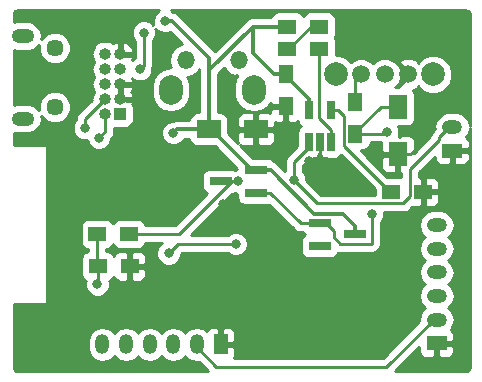
<source format=gbr>
G04 #@! TF.GenerationSoftware,KiCad,Pcbnew,5.0.2-bee76a0~70~ubuntu18.04.1*
G04 #@! TF.CreationDate,2019-04-29T21:23:14-04:00*
G04 #@! TF.ProjectId,E73 SCR,45373320-5343-4522-9e6b-696361645f70,rev?*
G04 #@! TF.SameCoordinates,Original*
G04 #@! TF.FileFunction,Copper,L2,Bot*
G04 #@! TF.FilePolarity,Positive*
%FSLAX46Y46*%
G04 Gerber Fmt 4.6, Leading zero omitted, Abs format (unit mm)*
G04 Created by KiCad (PCBNEW 5.0.2-bee76a0~70~ubuntu18.04.1) date Mon 29 Apr 2019 09:23:14 PM EDT*
%MOMM*%
%LPD*%
G01*
G04 APERTURE LIST*
G04 #@! TA.AperFunction,ComponentPad*
%ADD10O,2.000000X2.500000*%
G04 #@! TD*
G04 #@! TA.AperFunction,ComponentPad*
%ADD11O,1.500000X1.500000*%
G04 #@! TD*
G04 #@! TA.AperFunction,SMDPad,CuDef*
%ADD12R,1.900000X0.800000*%
G04 #@! TD*
G04 #@! TA.AperFunction,SMDPad,CuDef*
%ADD13R,2.000000X1.600000*%
G04 #@! TD*
G04 #@! TA.AperFunction,ComponentPad*
%ADD14R,1.700000X1.200000*%
G04 #@! TD*
G04 #@! TA.AperFunction,ComponentPad*
%ADD15O,1.700000X1.200000*%
G04 #@! TD*
G04 #@! TA.AperFunction,ComponentPad*
%ADD16R,1.200000X1.700000*%
G04 #@! TD*
G04 #@! TA.AperFunction,ComponentPad*
%ADD17O,1.200000X1.700000*%
G04 #@! TD*
G04 #@! TA.AperFunction,SMDPad,CuDef*
%ADD18R,1.600000X2.000000*%
G04 #@! TD*
G04 #@! TA.AperFunction,SMDPad,CuDef*
%ADD19R,1.500000X1.300000*%
G04 #@! TD*
G04 #@! TA.AperFunction,ComponentPad*
%ADD20O,1.900000X1.200000*%
G04 #@! TD*
G04 #@! TA.AperFunction,ComponentPad*
%ADD21C,1.450000*%
G04 #@! TD*
G04 #@! TA.AperFunction,ComponentPad*
%ADD22O,1.000000X1.000000*%
G04 #@! TD*
G04 #@! TA.AperFunction,ComponentPad*
%ADD23R,1.000000X1.000000*%
G04 #@! TD*
G04 #@! TA.AperFunction,SMDPad,CuDef*
%ADD24R,1.300000X1.500000*%
G04 #@! TD*
G04 #@! TA.AperFunction,SMDPad,CuDef*
%ADD25R,0.650000X1.560000*%
G04 #@! TD*
G04 #@! TA.AperFunction,ComponentPad*
%ADD26C,1.500000*%
G04 #@! TD*
G04 #@! TA.AperFunction,ComponentPad*
%ADD27C,2.000000*%
G04 #@! TD*
G04 #@! TA.AperFunction,ViaPad*
%ADD28C,0.800000*%
G04 #@! TD*
G04 #@! TA.AperFunction,Conductor*
%ADD29C,0.250000*%
G04 #@! TD*
G04 #@! TA.AperFunction,Conductor*
%ADD30C,0.300000*%
G04 #@! TD*
G04 #@! TA.AperFunction,Conductor*
%ADD31C,0.254000*%
G04 #@! TD*
G04 APERTURE END LIST*
D10*
G04 #@! TO.P,RST1,*
G04 #@! TO.N,*
X126000000Y-65450000D03*
D11*
G04 #@! TO.P,RST1,2*
G04 #@! TO.N,RESET*
X127250000Y-62950000D03*
D10*
G04 #@! TO.P,RST1,*
G04 #@! TO.N,*
X133000000Y-65450000D03*
D11*
G04 #@! TO.P,RST1,1*
G04 #@! TO.N,GND*
X131750000Y-62960000D03*
G04 #@! TD*
D12*
G04 #@! TO.P,D1,3*
G04 #@! TO.N,VBUS*
X141600000Y-77700000D03*
G04 #@! TO.P,D1,2*
G04 #@! TO.N,Net-(C3-Pad1)*
X138600000Y-76750000D03*
G04 #@! TO.P,D1,1*
G04 #@! TO.N,Net-(D1-Pad1)*
X138600000Y-78650000D03*
G04 #@! TD*
D13*
G04 #@! TO.P,C5,2*
G04 #@! TO.N,GND*
X133200000Y-68800000D03*
G04 #@! TO.P,C5,1*
G04 #@! TO.N,VBUS*
X129200000Y-68800000D03*
G04 #@! TD*
D14*
G04 #@! TO.P,J5,1*
G04 #@! TO.N,GND*
X148500000Y-86900000D03*
D15*
G04 #@! TO.P,J5,2*
G04 #@! TO.N,+3V3*
X148500000Y-84900000D03*
G04 #@! TO.P,J5,3*
G04 #@! TO.N,LCLK*
X148500000Y-82900000D03*
G04 #@! TO.P,J5,4*
G04 #@! TO.N,RCLK*
X148500000Y-80900000D03*
G04 #@! TO.P,J5,5*
G04 #@! TO.N,P1_11*
X148500000Y-78900000D03*
G04 #@! TO.P,J5,6*
G04 #@! TO.N,P1_09*
X148500000Y-76900000D03*
G04 #@! TD*
D16*
G04 #@! TO.P,J6,1*
G04 #@! TO.N,GND*
X130200000Y-87000000D03*
D17*
G04 #@! TO.P,J6,2*
G04 #@! TO.N,+3V3*
X128200000Y-87000000D03*
G04 #@! TO.P,J6,3*
G04 #@! TO.N,X*
X126200000Y-87000000D03*
G04 #@! TO.P,J6,4*
G04 #@! TO.N,Y*
X124200000Y-87000000D03*
G04 #@! TO.P,J6,5*
G04 #@! TO.N,SW*
X122200000Y-87000000D03*
G04 #@! TO.P,J6,6*
G04 #@! TO.N,A1_P003*
X120200000Y-87000000D03*
G04 #@! TD*
D18*
G04 #@! TO.P,C3,1*
G04 #@! TO.N,Net-(C3-Pad1)*
X145200000Y-66900000D03*
G04 #@! TO.P,C3,2*
G04 #@! TO.N,GND*
X145200000Y-70900000D03*
G04 #@! TD*
D19*
G04 #@! TO.P,D3,1*
G04 #@! TO.N,Net-(D3-Pad1)*
X138550000Y-60100000D03*
G04 #@! TO.P,D3,2*
G04 #@! TO.N,VBUS*
X135850000Y-60100000D03*
G04 #@! TD*
D20*
G04 #@! TO.P,J1,6*
G04 #@! TO.N,Net-(J1-Pad6)*
X113450000Y-67900000D03*
X113450000Y-60900000D03*
D21*
X116150000Y-66900000D03*
X116150000Y-61900000D03*
G04 #@! TD*
D15*
G04 #@! TO.P,J2,2*
G04 #@! TO.N,+BATT*
X149800000Y-68600000D03*
D14*
G04 #@! TO.P,J2,1*
G04 #@! TO.N,GND*
X149800000Y-70600000D03*
G04 #@! TD*
D22*
G04 #@! TO.P,J3,10*
G04 #@! TO.N,RESET*
X120430000Y-62420000D03*
G04 #@! TO.P,J3,9*
G04 #@! TO.N,GND*
X121700000Y-62420000D03*
G04 #@! TO.P,J3,8*
G04 #@! TO.N,Net-(J3-Pad8)*
X120430000Y-63690000D03*
G04 #@! TO.P,J3,7*
G04 #@! TO.N,Net-(J3-Pad7)*
X121700000Y-63690000D03*
G04 #@! TO.P,J3,6*
G04 #@! TO.N,Net-(J3-Pad6)*
X120430000Y-64960000D03*
G04 #@! TO.P,J3,5*
G04 #@! TO.N,GND*
X121700000Y-64960000D03*
G04 #@! TO.P,J3,4*
G04 #@! TO.N,SWCLK*
X120430000Y-66230000D03*
G04 #@! TO.P,J3,3*
G04 #@! TO.N,GND*
X121700000Y-66230000D03*
G04 #@! TO.P,J3,2*
G04 #@! TO.N,SWDIO*
X120430000Y-67500000D03*
D23*
G04 #@! TO.P,J3,1*
G04 #@! TO.N,+3V3*
X121700000Y-67500000D03*
G04 #@! TD*
D12*
G04 #@! TO.P,Q1,1*
G04 #@! TO.N,VBUS*
X133200000Y-72250000D03*
G04 #@! TO.P,Q1,2*
G04 #@! TO.N,Net-(C3-Pad1)*
X133200000Y-74150000D03*
G04 #@! TO.P,Q1,3*
G04 #@! TO.N,+BATT*
X130200000Y-73200000D03*
G04 #@! TD*
D24*
G04 #@! TO.P,R1,1*
G04 #@! TO.N,VBUS*
X135700000Y-64150000D03*
G04 #@! TO.P,R1,2*
G04 #@! TO.N,GND*
X135700000Y-66850000D03*
G04 #@! TD*
G04 #@! TO.P,R2,2*
G04 #@! TO.N,Net-(R2-Pad2)*
X141600000Y-66450000D03*
G04 #@! TO.P,R2,1*
G04 #@! TO.N,Net-(C3-Pad1)*
X141600000Y-69150000D03*
G04 #@! TD*
D19*
G04 #@! TO.P,R4,2*
G04 #@! TO.N,Net-(R4-Pad2)*
X138550000Y-62000000D03*
G04 #@! TO.P,R4,1*
G04 #@! TO.N,Net-(D3-Pad1)*
X135850000Y-62000000D03*
G04 #@! TD*
G04 #@! TO.P,R5,2*
G04 #@! TO.N,BATSENSE*
X119750000Y-77650000D03*
G04 #@! TO.P,R5,1*
G04 #@! TO.N,+BATT*
X122450000Y-77650000D03*
G04 #@! TD*
G04 #@! TO.P,R6,1*
G04 #@! TO.N,BATSENSE*
X119800000Y-80400000D03*
G04 #@! TO.P,R6,2*
G04 #@! TO.N,GND*
X122500000Y-80400000D03*
G04 #@! TD*
G04 #@! TO.P,RPROG1,1*
G04 #@! TO.N,Net-(RPROG1-Pad1)*
X144650000Y-74100000D03*
G04 #@! TO.P,RPROG1,2*
G04 #@! TO.N,GND*
X147350000Y-74100000D03*
G04 #@! TD*
D25*
G04 #@! TO.P,U2,5*
G04 #@! TO.N,Net-(RPROG1-Pad1)*
X139550000Y-67150000D03*
G04 #@! TO.P,U2,4*
G04 #@! TO.N,VBUS*
X137650000Y-67150000D03*
G04 #@! TO.P,U2,3*
G04 #@! TO.N,+BATT*
X137650000Y-69850000D03*
G04 #@! TO.P,U2,2*
G04 #@! TO.N,GND*
X138600000Y-69850000D03*
G04 #@! TO.P,U2,1*
G04 #@! TO.N,Net-(R4-Pad2)*
X139550000Y-69850000D03*
G04 #@! TD*
D26*
G04 #@! TO.P,SW1,1*
G04 #@! TO.N,GND*
X146100000Y-64150000D03*
G04 #@! TO.P,SW1,2*
G04 #@! TO.N,Net-(SW1-Pad2)*
X144100000Y-64150000D03*
G04 #@! TO.P,SW1,3*
G04 #@! TO.N,Net-(R2-Pad2)*
X142100000Y-64150000D03*
D27*
G04 #@! TO.P,SW1,*
G04 #@! TO.N,*
X140000000Y-64150000D03*
X148200000Y-64150000D03*
G04 #@! TD*
D28*
G04 #@! TO.N,GND*
X121400000Y-83974990D03*
X118000000Y-88100000D03*
X126200000Y-73750000D03*
X130400000Y-75100000D03*
X137700000Y-71500000D03*
X135700000Y-69100000D03*
X118000000Y-66500000D03*
X147200000Y-67000000D03*
X146100000Y-64150000D03*
X142550000Y-84400000D03*
G04 #@! TO.N,+3V3*
X123700000Y-60600000D03*
X123400000Y-63700000D03*
G04 #@! TO.N,Net-(C3-Pad1)*
X143000000Y-76000000D03*
X144300000Y-69000000D03*
G04 #@! TO.N,VBUS*
X126200000Y-69100000D03*
X125500000Y-59624990D03*
G04 #@! TO.N,+BATT*
X136431384Y-73100012D03*
X131700000Y-73200000D03*
G04 #@! TO.N,SWCLK*
X118700000Y-68700000D03*
G04 #@! TO.N,SWDIO*
X119900000Y-69500022D03*
G04 #@! TO.N,P1_11*
X131500000Y-78500000D03*
X125800000Y-79300000D03*
G04 #@! TO.N,BATSENSE*
X119780409Y-81925010D03*
G04 #@! TD*
D29*
G04 #@! TO.N,+3V3*
X148250000Y-84900000D02*
X144250000Y-88900000D01*
X148500000Y-84900000D02*
X148250000Y-84900000D01*
X128200000Y-87250000D02*
X128200000Y-87000000D01*
X129850000Y-88900000D02*
X128200000Y-87250000D01*
X144250000Y-88900000D02*
X129850000Y-88900000D01*
G04 #@! TO.N,GND*
X145000000Y-70700000D02*
X145100000Y-70600000D01*
X138600000Y-69850000D02*
X138600000Y-71600000D01*
X146250000Y-70900000D02*
X146800000Y-70350000D01*
X145200000Y-70900000D02*
X146250000Y-70900000D01*
G04 #@! TO.N,+3V3*
X123700000Y-60600000D02*
X123700000Y-63400000D01*
X123700000Y-63400000D02*
X123400000Y-63700000D01*
G04 #@! TO.N,Net-(C3-Pad1)*
X143750000Y-66900000D02*
X144150000Y-66900000D01*
X141600000Y-69050000D02*
X143750000Y-66900000D01*
X141600000Y-69150000D02*
X141600000Y-69050000D01*
X144150000Y-66900000D02*
X145200000Y-66900000D01*
X137000000Y-76750000D02*
X137400000Y-76750000D01*
X134400000Y-74150000D02*
X137000000Y-76750000D01*
X133200000Y-74150000D02*
X134400000Y-74150000D01*
X137400000Y-76750000D02*
X138600000Y-76750000D01*
X143000000Y-76000000D02*
X143000000Y-78500000D01*
X139150000Y-76750000D02*
X138600000Y-76750000D01*
X139800000Y-77400000D02*
X139150000Y-76750000D01*
X139800000Y-77950000D02*
X139800000Y-77400000D01*
X140350000Y-78500000D02*
X139800000Y-77950000D01*
X143000000Y-78500000D02*
X140350000Y-78500000D01*
X144150000Y-69150000D02*
X144300000Y-69000000D01*
X141600000Y-69150000D02*
X144150000Y-69150000D01*
D30*
G04 #@! TO.N,VBUS*
X129200000Y-68800000D02*
X126500000Y-68800000D01*
X126500000Y-68800000D02*
X126200000Y-69100000D01*
X132907998Y-60100000D02*
X134800000Y-60100000D01*
X134800000Y-60100000D02*
X135850000Y-60100000D01*
X129200000Y-63807998D02*
X132907998Y-60100000D01*
X129200000Y-68800000D02*
X129200000Y-63807998D01*
X132907998Y-62307998D02*
X132907998Y-60100000D01*
X134750000Y-64150000D02*
X132907998Y-62307998D01*
X135700000Y-64150000D02*
X134750000Y-64150000D01*
X135700000Y-64250000D02*
X135700000Y-64150000D01*
X137650000Y-66200000D02*
X135700000Y-64250000D01*
X137650000Y-67150000D02*
X137650000Y-66200000D01*
X132850000Y-72250000D02*
X133200000Y-72250000D01*
X129400000Y-68800000D02*
X132850000Y-72250000D01*
X129200000Y-68800000D02*
X129400000Y-68800000D01*
X141600000Y-77000000D02*
X141600000Y-77700000D01*
X134450000Y-72250000D02*
X138149999Y-75949999D01*
X133200000Y-72250000D02*
X134450000Y-72250000D01*
X140549999Y-75949999D02*
X141600000Y-77000000D01*
X138149999Y-75949999D02*
X140549999Y-75949999D01*
X129200000Y-62759305D02*
X126065685Y-59624990D01*
X129200000Y-63807998D02*
X129200000Y-62759305D01*
X126065685Y-59624990D02*
X125500000Y-59624990D01*
D29*
G04 #@! TO.N,Net-(D3-Pad1)*
X135950000Y-62000000D02*
X137850000Y-60100000D01*
G04 #@! TO.N,+BATT*
X136431384Y-72534327D02*
X136431384Y-73100012D01*
X136431384Y-71523616D02*
X136431384Y-72534327D01*
X137650000Y-70305000D02*
X136431384Y-71523616D01*
X137650000Y-69850000D02*
X137650000Y-70305000D01*
X148700000Y-69450000D02*
X149550000Y-68600000D01*
X146274999Y-72125001D02*
X148700000Y-69700000D01*
X146274999Y-74460003D02*
X146274999Y-72125001D01*
X149550000Y-68600000D02*
X149800000Y-68600000D01*
X145660001Y-75075001D02*
X146274999Y-74460003D01*
X138406373Y-75075001D02*
X145660001Y-75075001D01*
X148700000Y-69700000D02*
X148700000Y-69450000D01*
X136431384Y-73100012D02*
X138406373Y-75075001D01*
X131700000Y-73200000D02*
X131134315Y-73200000D01*
X131134315Y-73200000D02*
X126684315Y-77650000D01*
X126684315Y-77650000D02*
X123450000Y-77650000D01*
X123450000Y-77650000D02*
X122450000Y-77650000D01*
G04 #@! TO.N,SWCLK*
X120430000Y-66230000D02*
X118700000Y-67960000D01*
X118700000Y-67960000D02*
X118700000Y-68700000D01*
G04 #@! TO.N,SWDIO*
X120430000Y-67500000D02*
X120430000Y-68970022D01*
X120430000Y-68970022D02*
X119900000Y-69500022D01*
G04 #@! TO.N,P1_11*
X131500000Y-78500000D02*
X126600000Y-78500000D01*
X126600000Y-78500000D02*
X125800000Y-79300000D01*
G04 #@! TO.N,Net-(R2-Pad2)*
X141600000Y-64650000D02*
X142100000Y-64150000D01*
X141600000Y-66450000D02*
X141600000Y-64650000D01*
G04 #@! TO.N,Net-(R4-Pad2)*
X139550000Y-68820000D02*
X139550000Y-69850000D01*
X138550000Y-67820000D02*
X139550000Y-68820000D01*
X138550000Y-62000000D02*
X138550000Y-67820000D01*
G04 #@! TO.N,BATSENSE*
X119750000Y-80350000D02*
X119800000Y-80400000D01*
X119750000Y-77650000D02*
X119750000Y-80350000D01*
X119800000Y-81905419D02*
X119780409Y-81925010D01*
X119800000Y-80400000D02*
X119800000Y-81905419D01*
G04 #@! TO.N,Net-(RPROG1-Pad1)*
X144550000Y-74100000D02*
X144650000Y-74100000D01*
X140624999Y-67649999D02*
X140624999Y-70174999D01*
X140624999Y-70174999D02*
X144550000Y-74100000D01*
X140125000Y-67150000D02*
X140624999Y-67649999D01*
X139550000Y-67150000D02*
X140125000Y-67150000D01*
G04 #@! TD*
D31*
G04 #@! TO.N,GND*
G36*
X124913720Y-58747559D02*
X124622569Y-59038710D01*
X124465000Y-59419116D01*
X124465000Y-59830864D01*
X124514798Y-59951087D01*
X124286280Y-59722569D01*
X123905874Y-59565000D01*
X123494126Y-59565000D01*
X123113720Y-59722569D01*
X122822569Y-60013720D01*
X122665000Y-60394126D01*
X122665000Y-60805874D01*
X122822569Y-61186280D01*
X122940000Y-61303711D01*
X122940001Y-62770262D01*
X122813720Y-62822569D01*
X122709076Y-62927213D01*
X122794119Y-62721874D01*
X122667954Y-62547000D01*
X121827000Y-62547000D01*
X121827000Y-62558027D01*
X121811783Y-62555000D01*
X121588217Y-62555000D01*
X121573000Y-62558027D01*
X121573000Y-62547000D01*
X121561973Y-62547000D01*
X121587235Y-62420000D01*
X121561973Y-62293000D01*
X121573000Y-62293000D01*
X121573000Y-61450865D01*
X121827000Y-61450865D01*
X121827000Y-62293000D01*
X122667954Y-62293000D01*
X122794119Y-62118126D01*
X122687127Y-61859791D01*
X122397604Y-61524677D01*
X122001877Y-61325868D01*
X121827000Y-61450865D01*
X121573000Y-61450865D01*
X121398123Y-61325868D01*
X121076947Y-61487224D01*
X120872855Y-61350854D01*
X120541783Y-61285000D01*
X120318217Y-61285000D01*
X119987145Y-61350854D01*
X119611711Y-61601711D01*
X119360854Y-61977145D01*
X119272765Y-62420000D01*
X119360854Y-62862855D01*
X119489241Y-63055000D01*
X119360854Y-63247145D01*
X119272765Y-63690000D01*
X119360854Y-64132855D01*
X119489241Y-64325000D01*
X119360854Y-64517145D01*
X119272765Y-64960000D01*
X119360854Y-65402855D01*
X119489241Y-65595000D01*
X119360854Y-65787145D01*
X119272765Y-66230000D01*
X119286441Y-66298756D01*
X118215530Y-67369669D01*
X118152071Y-67412071D01*
X117984096Y-67663464D01*
X117940000Y-67885149D01*
X117940000Y-67885153D01*
X117925112Y-67960000D01*
X117933603Y-68002686D01*
X117822569Y-68113720D01*
X117665000Y-68494126D01*
X117665000Y-68905874D01*
X117822569Y-69286280D01*
X118113720Y-69577431D01*
X118494126Y-69735000D01*
X118877055Y-69735000D01*
X119022569Y-70086302D01*
X119313720Y-70377453D01*
X119694126Y-70535022D01*
X120105874Y-70535022D01*
X120486280Y-70377453D01*
X120777431Y-70086302D01*
X120935000Y-69705896D01*
X120935000Y-69546635D01*
X120977929Y-69517951D01*
X121145904Y-69266559D01*
X121190000Y-69044874D01*
X121190000Y-69044870D01*
X121204888Y-68970023D01*
X121190000Y-68895176D01*
X121190000Y-68645451D01*
X121200000Y-68647440D01*
X122200000Y-68647440D01*
X122447765Y-68598157D01*
X122657809Y-68457809D01*
X122798157Y-68247765D01*
X122847440Y-68000000D01*
X122847440Y-67000000D01*
X122798157Y-66752235D01*
X122739322Y-66664183D01*
X122794119Y-66531874D01*
X122667954Y-66357000D01*
X122222322Y-66357000D01*
X122200000Y-66352560D01*
X121562856Y-66352560D01*
X121587235Y-66230000D01*
X121561973Y-66103000D01*
X121573000Y-66103000D01*
X121573000Y-65087000D01*
X121827000Y-65087000D01*
X121827000Y-66103000D01*
X122667954Y-66103000D01*
X122794119Y-65928126D01*
X122687127Y-65669791D01*
X122622511Y-65595000D01*
X122687127Y-65520209D01*
X122794119Y-65261874D01*
X122667954Y-65087000D01*
X121827000Y-65087000D01*
X121573000Y-65087000D01*
X121561973Y-65087000D01*
X121587235Y-64960000D01*
X121561973Y-64833000D01*
X121573000Y-64833000D01*
X121573000Y-64821973D01*
X121588217Y-64825000D01*
X121811783Y-64825000D01*
X121827000Y-64821973D01*
X121827000Y-64833000D01*
X122667954Y-64833000D01*
X122794119Y-64658126D01*
X122723215Y-64486926D01*
X122813720Y-64577431D01*
X123194126Y-64735000D01*
X123605874Y-64735000D01*
X123986280Y-64577431D01*
X124277431Y-64286280D01*
X124435000Y-63905874D01*
X124435000Y-63600535D01*
X124460000Y-63474852D01*
X124460000Y-63474848D01*
X124474888Y-63400001D01*
X124460000Y-63325154D01*
X124460000Y-61303711D01*
X124577431Y-61186280D01*
X124735000Y-60805874D01*
X124735000Y-60394126D01*
X124685202Y-60273903D01*
X124913720Y-60502421D01*
X125294126Y-60659990D01*
X125705874Y-60659990D01*
X125907155Y-60576617D01*
X126931715Y-61601178D01*
X126709600Y-61645359D01*
X126251471Y-61951471D01*
X125945359Y-62409600D01*
X125837867Y-62950000D01*
X125945359Y-63490400D01*
X125976876Y-63537569D01*
X125362056Y-63659864D01*
X124821231Y-64021231D01*
X124459864Y-64562055D01*
X124365000Y-65038969D01*
X124365000Y-65861030D01*
X124459864Y-66337944D01*
X124821231Y-66878769D01*
X125362055Y-67240136D01*
X126000000Y-67367031D01*
X126637944Y-67240136D01*
X127178769Y-66878769D01*
X127540136Y-66337945D01*
X127635000Y-65861031D01*
X127635000Y-65038970D01*
X127540136Y-64562055D01*
X127388186Y-64334646D01*
X127790400Y-64254641D01*
X128248529Y-63948529D01*
X128415000Y-63699387D01*
X128415000Y-63730686D01*
X128399622Y-63807998D01*
X128415000Y-63885310D01*
X128415000Y-63885313D01*
X128415001Y-63885318D01*
X128415000Y-67352560D01*
X128200000Y-67352560D01*
X127952235Y-67401843D01*
X127742191Y-67542191D01*
X127601843Y-67752235D01*
X127552560Y-68000000D01*
X127552560Y-68015000D01*
X126577311Y-68015000D01*
X126499999Y-67999622D01*
X126422687Y-68015000D01*
X126422684Y-68015000D01*
X126193708Y-68060546D01*
X126187042Y-68065000D01*
X125994126Y-68065000D01*
X125613720Y-68222569D01*
X125322569Y-68513720D01*
X125165000Y-68894126D01*
X125165000Y-69305874D01*
X125322569Y-69686280D01*
X125613720Y-69977431D01*
X125994126Y-70135000D01*
X126405874Y-70135000D01*
X126786280Y-69977431D01*
X127077431Y-69686280D01*
X127119382Y-69585000D01*
X127552560Y-69585000D01*
X127552560Y-69600000D01*
X127601843Y-69847765D01*
X127742191Y-70057809D01*
X127952235Y-70198157D01*
X128200000Y-70247440D01*
X129737283Y-70247440D01*
X131602560Y-72112718D01*
X131602560Y-72165000D01*
X131494126Y-72165000D01*
X131400602Y-72203739D01*
X131397765Y-72201843D01*
X131150000Y-72152560D01*
X129250000Y-72152560D01*
X129002235Y-72201843D01*
X128792191Y-72342191D01*
X128651843Y-72552235D01*
X128602560Y-72800000D01*
X128602560Y-73600000D01*
X128651843Y-73847765D01*
X128792191Y-74057809D01*
X129002235Y-74198157D01*
X129051547Y-74207966D01*
X126369514Y-76890000D01*
X123825560Y-76890000D01*
X123798157Y-76752235D01*
X123657809Y-76542191D01*
X123447765Y-76401843D01*
X123200000Y-76352560D01*
X121700000Y-76352560D01*
X121452235Y-76401843D01*
X121242191Y-76542191D01*
X121101843Y-76752235D01*
X121100000Y-76761500D01*
X121098157Y-76752235D01*
X120957809Y-76542191D01*
X120747765Y-76401843D01*
X120500000Y-76352560D01*
X119000000Y-76352560D01*
X118752235Y-76401843D01*
X118542191Y-76542191D01*
X118401843Y-76752235D01*
X118352560Y-77000000D01*
X118352560Y-78300000D01*
X118401843Y-78547765D01*
X118542191Y-78757809D01*
X118752235Y-78898157D01*
X118990000Y-78945451D01*
X118990001Y-79114495D01*
X118802235Y-79151843D01*
X118592191Y-79292191D01*
X118451843Y-79502235D01*
X118402560Y-79750000D01*
X118402560Y-81050000D01*
X118451843Y-81297765D01*
X118592191Y-81507809D01*
X118780755Y-81633804D01*
X118745409Y-81719136D01*
X118745409Y-82130884D01*
X118902978Y-82511290D01*
X119194129Y-82802441D01*
X119574535Y-82960010D01*
X119986283Y-82960010D01*
X120366689Y-82802441D01*
X120657840Y-82511290D01*
X120815409Y-82130884D01*
X120815409Y-81719136D01*
X120786903Y-81650317D01*
X120797765Y-81648157D01*
X121007809Y-81507809D01*
X121148157Y-81297765D01*
X121153721Y-81269791D01*
X121211673Y-81409699D01*
X121390302Y-81588327D01*
X121623691Y-81685000D01*
X122214250Y-81685000D01*
X122373000Y-81526250D01*
X122373000Y-80527000D01*
X122627000Y-80527000D01*
X122627000Y-81526250D01*
X122785750Y-81685000D01*
X123376309Y-81685000D01*
X123609698Y-81588327D01*
X123788327Y-81409699D01*
X123885000Y-81176310D01*
X123885000Y-80685750D01*
X123726250Y-80527000D01*
X122627000Y-80527000D01*
X122373000Y-80527000D01*
X122353000Y-80527000D01*
X122353000Y-80273000D01*
X122373000Y-80273000D01*
X122373000Y-79273750D01*
X122627000Y-79273750D01*
X122627000Y-80273000D01*
X123726250Y-80273000D01*
X123885000Y-80114250D01*
X123885000Y-79623690D01*
X123788327Y-79390301D01*
X123609698Y-79211673D01*
X123376309Y-79115000D01*
X122785750Y-79115000D01*
X122627000Y-79273750D01*
X122373000Y-79273750D01*
X122214250Y-79115000D01*
X121623691Y-79115000D01*
X121390302Y-79211673D01*
X121211673Y-79390301D01*
X121153721Y-79530209D01*
X121148157Y-79502235D01*
X121007809Y-79292191D01*
X120797765Y-79151843D01*
X120550000Y-79102560D01*
X120510000Y-79102560D01*
X120510000Y-78945451D01*
X120747765Y-78898157D01*
X120957809Y-78757809D01*
X121098157Y-78547765D01*
X121100000Y-78538500D01*
X121101843Y-78547765D01*
X121242191Y-78757809D01*
X121452235Y-78898157D01*
X121700000Y-78947440D01*
X123200000Y-78947440D01*
X123447765Y-78898157D01*
X123657809Y-78757809D01*
X123798157Y-78547765D01*
X123825560Y-78410000D01*
X125244064Y-78410000D01*
X125213720Y-78422569D01*
X124922569Y-78713720D01*
X124765000Y-79094126D01*
X124765000Y-79505874D01*
X124922569Y-79886280D01*
X125213720Y-80177431D01*
X125594126Y-80335000D01*
X126005874Y-80335000D01*
X126386280Y-80177431D01*
X126677431Y-79886280D01*
X126835000Y-79505874D01*
X126835000Y-79339802D01*
X126914802Y-79260000D01*
X130796289Y-79260000D01*
X130913720Y-79377431D01*
X131294126Y-79535000D01*
X131705874Y-79535000D01*
X132086280Y-79377431D01*
X132377431Y-79086280D01*
X132535000Y-78705874D01*
X132535000Y-78294126D01*
X132377431Y-77913720D01*
X132086280Y-77622569D01*
X131705874Y-77465000D01*
X131294126Y-77465000D01*
X130913720Y-77622569D01*
X130796289Y-77740000D01*
X127669116Y-77740000D01*
X131164577Y-74244540D01*
X131397765Y-74198157D01*
X131400602Y-74196261D01*
X131494126Y-74235000D01*
X131602560Y-74235000D01*
X131602560Y-74550000D01*
X131651843Y-74797765D01*
X131792191Y-75007809D01*
X132002235Y-75148157D01*
X132250000Y-75197440D01*
X134150000Y-75197440D01*
X134335701Y-75160502D01*
X136409670Y-77234472D01*
X136452071Y-77297929D01*
X136703463Y-77465904D01*
X136925148Y-77510000D01*
X136925152Y-77510000D01*
X136999999Y-77524888D01*
X137074846Y-77510000D01*
X137126837Y-77510000D01*
X137192191Y-77607809D01*
X137330164Y-77700000D01*
X137192191Y-77792191D01*
X137051843Y-78002235D01*
X137002560Y-78250000D01*
X137002560Y-79050000D01*
X137051843Y-79297765D01*
X137192191Y-79507809D01*
X137402235Y-79648157D01*
X137650000Y-79697440D01*
X139550000Y-79697440D01*
X139797765Y-79648157D01*
X140007809Y-79507809D01*
X140148157Y-79297765D01*
X140160216Y-79237139D01*
X140275148Y-79260000D01*
X140275152Y-79260000D01*
X140349999Y-79274888D01*
X140424846Y-79260000D01*
X142925148Y-79260000D01*
X143000000Y-79274889D01*
X143296537Y-79215904D01*
X143547929Y-79047929D01*
X143715904Y-78796537D01*
X143760000Y-78574852D01*
X143774889Y-78500000D01*
X143760000Y-78425148D01*
X143760000Y-76703711D01*
X143877431Y-76586280D01*
X144035000Y-76205874D01*
X144035000Y-75835001D01*
X145585154Y-75835001D01*
X145660001Y-75849889D01*
X145734848Y-75835001D01*
X145734853Y-75835001D01*
X145956538Y-75790905D01*
X146207930Y-75622930D01*
X146250332Y-75559471D01*
X146439122Y-75370681D01*
X146473691Y-75385000D01*
X147064250Y-75385000D01*
X147223000Y-75226250D01*
X147223000Y-74227000D01*
X147477000Y-74227000D01*
X147477000Y-75226250D01*
X147635750Y-75385000D01*
X148226309Y-75385000D01*
X148459698Y-75288327D01*
X148638327Y-75109699D01*
X148735000Y-74876310D01*
X148735000Y-74385750D01*
X148576250Y-74227000D01*
X147477000Y-74227000D01*
X147223000Y-74227000D01*
X147203000Y-74227000D01*
X147203000Y-73973000D01*
X147223000Y-73973000D01*
X147223000Y-72973750D01*
X147477000Y-72973750D01*
X147477000Y-73973000D01*
X148576250Y-73973000D01*
X148735000Y-73814250D01*
X148735000Y-73323690D01*
X148638327Y-73090301D01*
X148459698Y-72911673D01*
X148226309Y-72815000D01*
X147635750Y-72815000D01*
X147477000Y-72973750D01*
X147223000Y-72973750D01*
X147064250Y-72815000D01*
X147034999Y-72815000D01*
X147034999Y-72439802D01*
X148315000Y-71159802D01*
X148315000Y-71326309D01*
X148411673Y-71559698D01*
X148590301Y-71738327D01*
X148823690Y-71835000D01*
X149514250Y-71835000D01*
X149673000Y-71676250D01*
X149673000Y-70727000D01*
X149927000Y-70727000D01*
X149927000Y-71676250D01*
X150085750Y-71835000D01*
X150776310Y-71835000D01*
X151009699Y-71738327D01*
X151188327Y-71559698D01*
X151285000Y-71326309D01*
X151285000Y-70885750D01*
X151126250Y-70727000D01*
X149927000Y-70727000D01*
X149673000Y-70727000D01*
X149653000Y-70727000D01*
X149653000Y-70473000D01*
X149673000Y-70473000D01*
X149673000Y-70453000D01*
X149927000Y-70453000D01*
X149927000Y-70473000D01*
X151126250Y-70473000D01*
X151285000Y-70314250D01*
X151285000Y-69873691D01*
X151188327Y-69640302D01*
X151009699Y-69461673D01*
X150970436Y-69445410D01*
X151213344Y-69081873D01*
X151290000Y-68696498D01*
X151290001Y-88930065D01*
X151255074Y-89105655D01*
X151195225Y-89195226D01*
X151105655Y-89255074D01*
X150930070Y-89290000D01*
X144934801Y-89290000D01*
X147015000Y-87209802D01*
X147015000Y-87626309D01*
X147111673Y-87859698D01*
X147290301Y-88038327D01*
X147523690Y-88135000D01*
X148214250Y-88135000D01*
X148373000Y-87976250D01*
X148373000Y-87027000D01*
X148627000Y-87027000D01*
X148627000Y-87976250D01*
X148785750Y-88135000D01*
X149476310Y-88135000D01*
X149709699Y-88038327D01*
X149888327Y-87859698D01*
X149985000Y-87626309D01*
X149985000Y-87185750D01*
X149826250Y-87027000D01*
X148627000Y-87027000D01*
X148373000Y-87027000D01*
X148353000Y-87027000D01*
X148353000Y-86773000D01*
X148373000Y-86773000D01*
X148373000Y-86753000D01*
X148627000Y-86753000D01*
X148627000Y-86773000D01*
X149826250Y-86773000D01*
X149985000Y-86614250D01*
X149985000Y-86173691D01*
X149888327Y-85940302D01*
X149709699Y-85761673D01*
X149670436Y-85745410D01*
X149913344Y-85381873D01*
X150009195Y-84900000D01*
X149913344Y-84418127D01*
X149640385Y-84009615D01*
X149476335Y-83900000D01*
X149640385Y-83790385D01*
X149913344Y-83381873D01*
X150009195Y-82900000D01*
X149913344Y-82418127D01*
X149640385Y-82009615D01*
X149476335Y-81900000D01*
X149640385Y-81790385D01*
X149913344Y-81381873D01*
X150009195Y-80900000D01*
X149913344Y-80418127D01*
X149640385Y-80009615D01*
X149476335Y-79900000D01*
X149640385Y-79790385D01*
X149913344Y-79381873D01*
X150009195Y-78900000D01*
X149913344Y-78418127D01*
X149640385Y-78009615D01*
X149476335Y-77900000D01*
X149640385Y-77790385D01*
X149913344Y-77381873D01*
X150009195Y-76900000D01*
X149913344Y-76418127D01*
X149640385Y-76009615D01*
X149231873Y-75736656D01*
X148871636Y-75665000D01*
X148128364Y-75665000D01*
X147768127Y-75736656D01*
X147359615Y-76009615D01*
X147086656Y-76418127D01*
X146990805Y-76900000D01*
X147086656Y-77381873D01*
X147359615Y-77790385D01*
X147523665Y-77900000D01*
X147359615Y-78009615D01*
X147086656Y-78418127D01*
X146990805Y-78900000D01*
X147086656Y-79381873D01*
X147359615Y-79790385D01*
X147523665Y-79900000D01*
X147359615Y-80009615D01*
X147086656Y-80418127D01*
X146990805Y-80900000D01*
X147086656Y-81381873D01*
X147359615Y-81790385D01*
X147523665Y-81900000D01*
X147359615Y-82009615D01*
X147086656Y-82418127D01*
X146990805Y-82900000D01*
X147086656Y-83381873D01*
X147359615Y-83790385D01*
X147523665Y-83900000D01*
X147359615Y-84009615D01*
X147086656Y-84418127D01*
X146990805Y-84900000D01*
X147021398Y-85053800D01*
X143935199Y-88140000D01*
X131367197Y-88140000D01*
X131435000Y-87976310D01*
X131435000Y-87285750D01*
X131276250Y-87127000D01*
X130327000Y-87127000D01*
X130327000Y-87147000D01*
X130073000Y-87147000D01*
X130073000Y-87127000D01*
X130053000Y-87127000D01*
X130053000Y-86873000D01*
X130073000Y-86873000D01*
X130073000Y-85673750D01*
X130327000Y-85673750D01*
X130327000Y-86873000D01*
X131276250Y-86873000D01*
X131435000Y-86714250D01*
X131435000Y-86023690D01*
X131338327Y-85790301D01*
X131159698Y-85611673D01*
X130926309Y-85515000D01*
X130485750Y-85515000D01*
X130327000Y-85673750D01*
X130073000Y-85673750D01*
X129914250Y-85515000D01*
X129473691Y-85515000D01*
X129240302Y-85611673D01*
X129061673Y-85790301D01*
X129045410Y-85829564D01*
X128681873Y-85586656D01*
X128200000Y-85490805D01*
X127718128Y-85586656D01*
X127309616Y-85859615D01*
X127200000Y-86023666D01*
X127090385Y-85859615D01*
X126681873Y-85586656D01*
X126200000Y-85490805D01*
X125718128Y-85586656D01*
X125309616Y-85859615D01*
X125200000Y-86023666D01*
X125090385Y-85859615D01*
X124681873Y-85586656D01*
X124200000Y-85490805D01*
X123718128Y-85586656D01*
X123309616Y-85859615D01*
X123200000Y-86023666D01*
X123090385Y-85859615D01*
X122681873Y-85586656D01*
X122200000Y-85490805D01*
X121718128Y-85586656D01*
X121309616Y-85859615D01*
X121200000Y-86023666D01*
X121090385Y-85859615D01*
X120681873Y-85586656D01*
X120200000Y-85490805D01*
X119718128Y-85586656D01*
X119309616Y-85859615D01*
X119036656Y-86268127D01*
X118965000Y-86628364D01*
X118965000Y-87371635D01*
X119036656Y-87731872D01*
X119309615Y-88140385D01*
X119718127Y-88413344D01*
X120200000Y-88509195D01*
X120681872Y-88413344D01*
X121090385Y-88140385D01*
X121200000Y-87976334D01*
X121309615Y-88140385D01*
X121718127Y-88413344D01*
X122200000Y-88509195D01*
X122681872Y-88413344D01*
X123090385Y-88140385D01*
X123200000Y-87976334D01*
X123309615Y-88140385D01*
X123718127Y-88413344D01*
X124200000Y-88509195D01*
X124681872Y-88413344D01*
X125090385Y-88140385D01*
X125200000Y-87976334D01*
X125309615Y-88140385D01*
X125718127Y-88413344D01*
X126200000Y-88509195D01*
X126681872Y-88413344D01*
X127090385Y-88140385D01*
X127200000Y-87976334D01*
X127309615Y-88140385D01*
X127718127Y-88413344D01*
X128200000Y-88509195D01*
X128353800Y-88478602D01*
X129165197Y-89290000D01*
X113069930Y-89290000D01*
X112894345Y-89255074D01*
X112804774Y-89195225D01*
X112744926Y-89105655D01*
X112710000Y-88930070D01*
X112710000Y-83577000D01*
X115350000Y-83577000D01*
X115398156Y-83567516D01*
X115439462Y-83540142D01*
X115467148Y-83499045D01*
X115476999Y-83450481D01*
X115526999Y-70250481D01*
X115517333Y-70201399D01*
X115489803Y-70160197D01*
X115448601Y-70132667D01*
X115400000Y-70123000D01*
X112710000Y-70123000D01*
X112710000Y-69081619D01*
X112978364Y-69135000D01*
X113921636Y-69135000D01*
X114281873Y-69063344D01*
X114690385Y-68790385D01*
X114963344Y-68381873D01*
X115059195Y-67900000D01*
X115017610Y-67690940D01*
X115379622Y-68052952D01*
X115879479Y-68260000D01*
X116420521Y-68260000D01*
X116920378Y-68052952D01*
X117302952Y-67670378D01*
X117510000Y-67170521D01*
X117510000Y-66629479D01*
X117302952Y-66129622D01*
X116920378Y-65747048D01*
X116420521Y-65540000D01*
X115879479Y-65540000D01*
X115379622Y-65747048D01*
X114997048Y-66129622D01*
X114790000Y-66629479D01*
X114790000Y-67158699D01*
X114690385Y-67009615D01*
X114281873Y-66736656D01*
X113921636Y-66665000D01*
X112978364Y-66665000D01*
X112710000Y-66718381D01*
X112710000Y-62081619D01*
X112978364Y-62135000D01*
X113921636Y-62135000D01*
X114281873Y-62063344D01*
X114690385Y-61790385D01*
X114790000Y-61641301D01*
X114790000Y-62170521D01*
X114997048Y-62670378D01*
X115379622Y-63052952D01*
X115879479Y-63260000D01*
X116420521Y-63260000D01*
X116920378Y-63052952D01*
X117302952Y-62670378D01*
X117510000Y-62170521D01*
X117510000Y-61629479D01*
X117302952Y-61129622D01*
X116920378Y-60747048D01*
X116420521Y-60540000D01*
X115879479Y-60540000D01*
X115379622Y-60747048D01*
X115017610Y-61109060D01*
X115059195Y-60900000D01*
X114963344Y-60418127D01*
X114690385Y-60009615D01*
X114281873Y-59736656D01*
X113921636Y-59665000D01*
X112978364Y-59665000D01*
X112710000Y-59718381D01*
X112710000Y-59069930D01*
X112744926Y-58894345D01*
X112804774Y-58804775D01*
X112894345Y-58744926D01*
X113069930Y-58710000D01*
X125004396Y-58710000D01*
X124913720Y-58747559D01*
X124913720Y-58747559D01*
G37*
X124913720Y-58747559D02*
X124622569Y-59038710D01*
X124465000Y-59419116D01*
X124465000Y-59830864D01*
X124514798Y-59951087D01*
X124286280Y-59722569D01*
X123905874Y-59565000D01*
X123494126Y-59565000D01*
X123113720Y-59722569D01*
X122822569Y-60013720D01*
X122665000Y-60394126D01*
X122665000Y-60805874D01*
X122822569Y-61186280D01*
X122940000Y-61303711D01*
X122940001Y-62770262D01*
X122813720Y-62822569D01*
X122709076Y-62927213D01*
X122794119Y-62721874D01*
X122667954Y-62547000D01*
X121827000Y-62547000D01*
X121827000Y-62558027D01*
X121811783Y-62555000D01*
X121588217Y-62555000D01*
X121573000Y-62558027D01*
X121573000Y-62547000D01*
X121561973Y-62547000D01*
X121587235Y-62420000D01*
X121561973Y-62293000D01*
X121573000Y-62293000D01*
X121573000Y-61450865D01*
X121827000Y-61450865D01*
X121827000Y-62293000D01*
X122667954Y-62293000D01*
X122794119Y-62118126D01*
X122687127Y-61859791D01*
X122397604Y-61524677D01*
X122001877Y-61325868D01*
X121827000Y-61450865D01*
X121573000Y-61450865D01*
X121398123Y-61325868D01*
X121076947Y-61487224D01*
X120872855Y-61350854D01*
X120541783Y-61285000D01*
X120318217Y-61285000D01*
X119987145Y-61350854D01*
X119611711Y-61601711D01*
X119360854Y-61977145D01*
X119272765Y-62420000D01*
X119360854Y-62862855D01*
X119489241Y-63055000D01*
X119360854Y-63247145D01*
X119272765Y-63690000D01*
X119360854Y-64132855D01*
X119489241Y-64325000D01*
X119360854Y-64517145D01*
X119272765Y-64960000D01*
X119360854Y-65402855D01*
X119489241Y-65595000D01*
X119360854Y-65787145D01*
X119272765Y-66230000D01*
X119286441Y-66298756D01*
X118215530Y-67369669D01*
X118152071Y-67412071D01*
X117984096Y-67663464D01*
X117940000Y-67885149D01*
X117940000Y-67885153D01*
X117925112Y-67960000D01*
X117933603Y-68002686D01*
X117822569Y-68113720D01*
X117665000Y-68494126D01*
X117665000Y-68905874D01*
X117822569Y-69286280D01*
X118113720Y-69577431D01*
X118494126Y-69735000D01*
X118877055Y-69735000D01*
X119022569Y-70086302D01*
X119313720Y-70377453D01*
X119694126Y-70535022D01*
X120105874Y-70535022D01*
X120486280Y-70377453D01*
X120777431Y-70086302D01*
X120935000Y-69705896D01*
X120935000Y-69546635D01*
X120977929Y-69517951D01*
X121145904Y-69266559D01*
X121190000Y-69044874D01*
X121190000Y-69044870D01*
X121204888Y-68970023D01*
X121190000Y-68895176D01*
X121190000Y-68645451D01*
X121200000Y-68647440D01*
X122200000Y-68647440D01*
X122447765Y-68598157D01*
X122657809Y-68457809D01*
X122798157Y-68247765D01*
X122847440Y-68000000D01*
X122847440Y-67000000D01*
X122798157Y-66752235D01*
X122739322Y-66664183D01*
X122794119Y-66531874D01*
X122667954Y-66357000D01*
X122222322Y-66357000D01*
X122200000Y-66352560D01*
X121562856Y-66352560D01*
X121587235Y-66230000D01*
X121561973Y-66103000D01*
X121573000Y-66103000D01*
X121573000Y-65087000D01*
X121827000Y-65087000D01*
X121827000Y-66103000D01*
X122667954Y-66103000D01*
X122794119Y-65928126D01*
X122687127Y-65669791D01*
X122622511Y-65595000D01*
X122687127Y-65520209D01*
X122794119Y-65261874D01*
X122667954Y-65087000D01*
X121827000Y-65087000D01*
X121573000Y-65087000D01*
X121561973Y-65087000D01*
X121587235Y-64960000D01*
X121561973Y-64833000D01*
X121573000Y-64833000D01*
X121573000Y-64821973D01*
X121588217Y-64825000D01*
X121811783Y-64825000D01*
X121827000Y-64821973D01*
X121827000Y-64833000D01*
X122667954Y-64833000D01*
X122794119Y-64658126D01*
X122723215Y-64486926D01*
X122813720Y-64577431D01*
X123194126Y-64735000D01*
X123605874Y-64735000D01*
X123986280Y-64577431D01*
X124277431Y-64286280D01*
X124435000Y-63905874D01*
X124435000Y-63600535D01*
X124460000Y-63474852D01*
X124460000Y-63474848D01*
X124474888Y-63400001D01*
X124460000Y-63325154D01*
X124460000Y-61303711D01*
X124577431Y-61186280D01*
X124735000Y-60805874D01*
X124735000Y-60394126D01*
X124685202Y-60273903D01*
X124913720Y-60502421D01*
X125294126Y-60659990D01*
X125705874Y-60659990D01*
X125907155Y-60576617D01*
X126931715Y-61601178D01*
X126709600Y-61645359D01*
X126251471Y-61951471D01*
X125945359Y-62409600D01*
X125837867Y-62950000D01*
X125945359Y-63490400D01*
X125976876Y-63537569D01*
X125362056Y-63659864D01*
X124821231Y-64021231D01*
X124459864Y-64562055D01*
X124365000Y-65038969D01*
X124365000Y-65861030D01*
X124459864Y-66337944D01*
X124821231Y-66878769D01*
X125362055Y-67240136D01*
X126000000Y-67367031D01*
X126637944Y-67240136D01*
X127178769Y-66878769D01*
X127540136Y-66337945D01*
X127635000Y-65861031D01*
X127635000Y-65038970D01*
X127540136Y-64562055D01*
X127388186Y-64334646D01*
X127790400Y-64254641D01*
X128248529Y-63948529D01*
X128415000Y-63699387D01*
X128415000Y-63730686D01*
X128399622Y-63807998D01*
X128415000Y-63885310D01*
X128415000Y-63885313D01*
X128415001Y-63885318D01*
X128415000Y-67352560D01*
X128200000Y-67352560D01*
X127952235Y-67401843D01*
X127742191Y-67542191D01*
X127601843Y-67752235D01*
X127552560Y-68000000D01*
X127552560Y-68015000D01*
X126577311Y-68015000D01*
X126499999Y-67999622D01*
X126422687Y-68015000D01*
X126422684Y-68015000D01*
X126193708Y-68060546D01*
X126187042Y-68065000D01*
X125994126Y-68065000D01*
X125613720Y-68222569D01*
X125322569Y-68513720D01*
X125165000Y-68894126D01*
X125165000Y-69305874D01*
X125322569Y-69686280D01*
X125613720Y-69977431D01*
X125994126Y-70135000D01*
X126405874Y-70135000D01*
X126786280Y-69977431D01*
X127077431Y-69686280D01*
X127119382Y-69585000D01*
X127552560Y-69585000D01*
X127552560Y-69600000D01*
X127601843Y-69847765D01*
X127742191Y-70057809D01*
X127952235Y-70198157D01*
X128200000Y-70247440D01*
X129737283Y-70247440D01*
X131602560Y-72112718D01*
X131602560Y-72165000D01*
X131494126Y-72165000D01*
X131400602Y-72203739D01*
X131397765Y-72201843D01*
X131150000Y-72152560D01*
X129250000Y-72152560D01*
X129002235Y-72201843D01*
X128792191Y-72342191D01*
X128651843Y-72552235D01*
X128602560Y-72800000D01*
X128602560Y-73600000D01*
X128651843Y-73847765D01*
X128792191Y-74057809D01*
X129002235Y-74198157D01*
X129051547Y-74207966D01*
X126369514Y-76890000D01*
X123825560Y-76890000D01*
X123798157Y-76752235D01*
X123657809Y-76542191D01*
X123447765Y-76401843D01*
X123200000Y-76352560D01*
X121700000Y-76352560D01*
X121452235Y-76401843D01*
X121242191Y-76542191D01*
X121101843Y-76752235D01*
X121100000Y-76761500D01*
X121098157Y-76752235D01*
X120957809Y-76542191D01*
X120747765Y-76401843D01*
X120500000Y-76352560D01*
X119000000Y-76352560D01*
X118752235Y-76401843D01*
X118542191Y-76542191D01*
X118401843Y-76752235D01*
X118352560Y-77000000D01*
X118352560Y-78300000D01*
X118401843Y-78547765D01*
X118542191Y-78757809D01*
X118752235Y-78898157D01*
X118990000Y-78945451D01*
X118990001Y-79114495D01*
X118802235Y-79151843D01*
X118592191Y-79292191D01*
X118451843Y-79502235D01*
X118402560Y-79750000D01*
X118402560Y-81050000D01*
X118451843Y-81297765D01*
X118592191Y-81507809D01*
X118780755Y-81633804D01*
X118745409Y-81719136D01*
X118745409Y-82130884D01*
X118902978Y-82511290D01*
X119194129Y-82802441D01*
X119574535Y-82960010D01*
X119986283Y-82960010D01*
X120366689Y-82802441D01*
X120657840Y-82511290D01*
X120815409Y-82130884D01*
X120815409Y-81719136D01*
X120786903Y-81650317D01*
X120797765Y-81648157D01*
X121007809Y-81507809D01*
X121148157Y-81297765D01*
X121153721Y-81269791D01*
X121211673Y-81409699D01*
X121390302Y-81588327D01*
X121623691Y-81685000D01*
X122214250Y-81685000D01*
X122373000Y-81526250D01*
X122373000Y-80527000D01*
X122627000Y-80527000D01*
X122627000Y-81526250D01*
X122785750Y-81685000D01*
X123376309Y-81685000D01*
X123609698Y-81588327D01*
X123788327Y-81409699D01*
X123885000Y-81176310D01*
X123885000Y-80685750D01*
X123726250Y-80527000D01*
X122627000Y-80527000D01*
X122373000Y-80527000D01*
X122353000Y-80527000D01*
X122353000Y-80273000D01*
X122373000Y-80273000D01*
X122373000Y-79273750D01*
X122627000Y-79273750D01*
X122627000Y-80273000D01*
X123726250Y-80273000D01*
X123885000Y-80114250D01*
X123885000Y-79623690D01*
X123788327Y-79390301D01*
X123609698Y-79211673D01*
X123376309Y-79115000D01*
X122785750Y-79115000D01*
X122627000Y-79273750D01*
X122373000Y-79273750D01*
X122214250Y-79115000D01*
X121623691Y-79115000D01*
X121390302Y-79211673D01*
X121211673Y-79390301D01*
X121153721Y-79530209D01*
X121148157Y-79502235D01*
X121007809Y-79292191D01*
X120797765Y-79151843D01*
X120550000Y-79102560D01*
X120510000Y-79102560D01*
X120510000Y-78945451D01*
X120747765Y-78898157D01*
X120957809Y-78757809D01*
X121098157Y-78547765D01*
X121100000Y-78538500D01*
X121101843Y-78547765D01*
X121242191Y-78757809D01*
X121452235Y-78898157D01*
X121700000Y-78947440D01*
X123200000Y-78947440D01*
X123447765Y-78898157D01*
X123657809Y-78757809D01*
X123798157Y-78547765D01*
X123825560Y-78410000D01*
X125244064Y-78410000D01*
X125213720Y-78422569D01*
X124922569Y-78713720D01*
X124765000Y-79094126D01*
X124765000Y-79505874D01*
X124922569Y-79886280D01*
X125213720Y-80177431D01*
X125594126Y-80335000D01*
X126005874Y-80335000D01*
X126386280Y-80177431D01*
X126677431Y-79886280D01*
X126835000Y-79505874D01*
X126835000Y-79339802D01*
X126914802Y-79260000D01*
X130796289Y-79260000D01*
X130913720Y-79377431D01*
X131294126Y-79535000D01*
X131705874Y-79535000D01*
X132086280Y-79377431D01*
X132377431Y-79086280D01*
X132535000Y-78705874D01*
X132535000Y-78294126D01*
X132377431Y-77913720D01*
X132086280Y-77622569D01*
X131705874Y-77465000D01*
X131294126Y-77465000D01*
X130913720Y-77622569D01*
X130796289Y-77740000D01*
X127669116Y-77740000D01*
X131164577Y-74244540D01*
X131397765Y-74198157D01*
X131400602Y-74196261D01*
X131494126Y-74235000D01*
X131602560Y-74235000D01*
X131602560Y-74550000D01*
X131651843Y-74797765D01*
X131792191Y-75007809D01*
X132002235Y-75148157D01*
X132250000Y-75197440D01*
X134150000Y-75197440D01*
X134335701Y-75160502D01*
X136409670Y-77234472D01*
X136452071Y-77297929D01*
X136703463Y-77465904D01*
X136925148Y-77510000D01*
X136925152Y-77510000D01*
X136999999Y-77524888D01*
X137074846Y-77510000D01*
X137126837Y-77510000D01*
X137192191Y-77607809D01*
X137330164Y-77700000D01*
X137192191Y-77792191D01*
X137051843Y-78002235D01*
X137002560Y-78250000D01*
X137002560Y-79050000D01*
X137051843Y-79297765D01*
X137192191Y-79507809D01*
X137402235Y-79648157D01*
X137650000Y-79697440D01*
X139550000Y-79697440D01*
X139797765Y-79648157D01*
X140007809Y-79507809D01*
X140148157Y-79297765D01*
X140160216Y-79237139D01*
X140275148Y-79260000D01*
X140275152Y-79260000D01*
X140349999Y-79274888D01*
X140424846Y-79260000D01*
X142925148Y-79260000D01*
X143000000Y-79274889D01*
X143296537Y-79215904D01*
X143547929Y-79047929D01*
X143715904Y-78796537D01*
X143760000Y-78574852D01*
X143774889Y-78500000D01*
X143760000Y-78425148D01*
X143760000Y-76703711D01*
X143877431Y-76586280D01*
X144035000Y-76205874D01*
X144035000Y-75835001D01*
X145585154Y-75835001D01*
X145660001Y-75849889D01*
X145734848Y-75835001D01*
X145734853Y-75835001D01*
X145956538Y-75790905D01*
X146207930Y-75622930D01*
X146250332Y-75559471D01*
X146439122Y-75370681D01*
X146473691Y-75385000D01*
X147064250Y-75385000D01*
X147223000Y-75226250D01*
X147223000Y-74227000D01*
X147477000Y-74227000D01*
X147477000Y-75226250D01*
X147635750Y-75385000D01*
X148226309Y-75385000D01*
X148459698Y-75288327D01*
X148638327Y-75109699D01*
X148735000Y-74876310D01*
X148735000Y-74385750D01*
X148576250Y-74227000D01*
X147477000Y-74227000D01*
X147223000Y-74227000D01*
X147203000Y-74227000D01*
X147203000Y-73973000D01*
X147223000Y-73973000D01*
X147223000Y-72973750D01*
X147477000Y-72973750D01*
X147477000Y-73973000D01*
X148576250Y-73973000D01*
X148735000Y-73814250D01*
X148735000Y-73323690D01*
X148638327Y-73090301D01*
X148459698Y-72911673D01*
X148226309Y-72815000D01*
X147635750Y-72815000D01*
X147477000Y-72973750D01*
X147223000Y-72973750D01*
X147064250Y-72815000D01*
X147034999Y-72815000D01*
X147034999Y-72439802D01*
X148315000Y-71159802D01*
X148315000Y-71326309D01*
X148411673Y-71559698D01*
X148590301Y-71738327D01*
X148823690Y-71835000D01*
X149514250Y-71835000D01*
X149673000Y-71676250D01*
X149673000Y-70727000D01*
X149927000Y-70727000D01*
X149927000Y-71676250D01*
X150085750Y-71835000D01*
X150776310Y-71835000D01*
X151009699Y-71738327D01*
X151188327Y-71559698D01*
X151285000Y-71326309D01*
X151285000Y-70885750D01*
X151126250Y-70727000D01*
X149927000Y-70727000D01*
X149673000Y-70727000D01*
X149653000Y-70727000D01*
X149653000Y-70473000D01*
X149673000Y-70473000D01*
X149673000Y-70453000D01*
X149927000Y-70453000D01*
X149927000Y-70473000D01*
X151126250Y-70473000D01*
X151285000Y-70314250D01*
X151285000Y-69873691D01*
X151188327Y-69640302D01*
X151009699Y-69461673D01*
X150970436Y-69445410D01*
X151213344Y-69081873D01*
X151290000Y-68696498D01*
X151290001Y-88930065D01*
X151255074Y-89105655D01*
X151195225Y-89195226D01*
X151105655Y-89255074D01*
X150930070Y-89290000D01*
X144934801Y-89290000D01*
X147015000Y-87209802D01*
X147015000Y-87626309D01*
X147111673Y-87859698D01*
X147290301Y-88038327D01*
X147523690Y-88135000D01*
X148214250Y-88135000D01*
X148373000Y-87976250D01*
X148373000Y-87027000D01*
X148627000Y-87027000D01*
X148627000Y-87976250D01*
X148785750Y-88135000D01*
X149476310Y-88135000D01*
X149709699Y-88038327D01*
X149888327Y-87859698D01*
X149985000Y-87626309D01*
X149985000Y-87185750D01*
X149826250Y-87027000D01*
X148627000Y-87027000D01*
X148373000Y-87027000D01*
X148353000Y-87027000D01*
X148353000Y-86773000D01*
X148373000Y-86773000D01*
X148373000Y-86753000D01*
X148627000Y-86753000D01*
X148627000Y-86773000D01*
X149826250Y-86773000D01*
X149985000Y-86614250D01*
X149985000Y-86173691D01*
X149888327Y-85940302D01*
X149709699Y-85761673D01*
X149670436Y-85745410D01*
X149913344Y-85381873D01*
X150009195Y-84900000D01*
X149913344Y-84418127D01*
X149640385Y-84009615D01*
X149476335Y-83900000D01*
X149640385Y-83790385D01*
X149913344Y-83381873D01*
X150009195Y-82900000D01*
X149913344Y-82418127D01*
X149640385Y-82009615D01*
X149476335Y-81900000D01*
X149640385Y-81790385D01*
X149913344Y-81381873D01*
X150009195Y-80900000D01*
X149913344Y-80418127D01*
X149640385Y-80009615D01*
X149476335Y-79900000D01*
X149640385Y-79790385D01*
X149913344Y-79381873D01*
X150009195Y-78900000D01*
X149913344Y-78418127D01*
X149640385Y-78009615D01*
X149476335Y-77900000D01*
X149640385Y-77790385D01*
X149913344Y-77381873D01*
X150009195Y-76900000D01*
X149913344Y-76418127D01*
X149640385Y-76009615D01*
X149231873Y-75736656D01*
X148871636Y-75665000D01*
X148128364Y-75665000D01*
X147768127Y-75736656D01*
X147359615Y-76009615D01*
X147086656Y-76418127D01*
X146990805Y-76900000D01*
X147086656Y-77381873D01*
X147359615Y-77790385D01*
X147523665Y-77900000D01*
X147359615Y-78009615D01*
X147086656Y-78418127D01*
X146990805Y-78900000D01*
X147086656Y-79381873D01*
X147359615Y-79790385D01*
X147523665Y-79900000D01*
X147359615Y-80009615D01*
X147086656Y-80418127D01*
X146990805Y-80900000D01*
X147086656Y-81381873D01*
X147359615Y-81790385D01*
X147523665Y-81900000D01*
X147359615Y-82009615D01*
X147086656Y-82418127D01*
X146990805Y-82900000D01*
X147086656Y-83381873D01*
X147359615Y-83790385D01*
X147523665Y-83900000D01*
X147359615Y-84009615D01*
X147086656Y-84418127D01*
X146990805Y-84900000D01*
X147021398Y-85053800D01*
X143935199Y-88140000D01*
X131367197Y-88140000D01*
X131435000Y-87976310D01*
X131435000Y-87285750D01*
X131276250Y-87127000D01*
X130327000Y-87127000D01*
X130327000Y-87147000D01*
X130073000Y-87147000D01*
X130073000Y-87127000D01*
X130053000Y-87127000D01*
X130053000Y-86873000D01*
X130073000Y-86873000D01*
X130073000Y-85673750D01*
X130327000Y-85673750D01*
X130327000Y-86873000D01*
X131276250Y-86873000D01*
X131435000Y-86714250D01*
X131435000Y-86023690D01*
X131338327Y-85790301D01*
X131159698Y-85611673D01*
X130926309Y-85515000D01*
X130485750Y-85515000D01*
X130327000Y-85673750D01*
X130073000Y-85673750D01*
X129914250Y-85515000D01*
X129473691Y-85515000D01*
X129240302Y-85611673D01*
X129061673Y-85790301D01*
X129045410Y-85829564D01*
X128681873Y-85586656D01*
X128200000Y-85490805D01*
X127718128Y-85586656D01*
X127309616Y-85859615D01*
X127200000Y-86023666D01*
X127090385Y-85859615D01*
X126681873Y-85586656D01*
X126200000Y-85490805D01*
X125718128Y-85586656D01*
X125309616Y-85859615D01*
X125200000Y-86023666D01*
X125090385Y-85859615D01*
X124681873Y-85586656D01*
X124200000Y-85490805D01*
X123718128Y-85586656D01*
X123309616Y-85859615D01*
X123200000Y-86023666D01*
X123090385Y-85859615D01*
X122681873Y-85586656D01*
X122200000Y-85490805D01*
X121718128Y-85586656D01*
X121309616Y-85859615D01*
X121200000Y-86023666D01*
X121090385Y-85859615D01*
X120681873Y-85586656D01*
X120200000Y-85490805D01*
X119718128Y-85586656D01*
X119309616Y-85859615D01*
X119036656Y-86268127D01*
X118965000Y-86628364D01*
X118965000Y-87371635D01*
X119036656Y-87731872D01*
X119309615Y-88140385D01*
X119718127Y-88413344D01*
X120200000Y-88509195D01*
X120681872Y-88413344D01*
X121090385Y-88140385D01*
X121200000Y-87976334D01*
X121309615Y-88140385D01*
X121718127Y-88413344D01*
X122200000Y-88509195D01*
X122681872Y-88413344D01*
X123090385Y-88140385D01*
X123200000Y-87976334D01*
X123309615Y-88140385D01*
X123718127Y-88413344D01*
X124200000Y-88509195D01*
X124681872Y-88413344D01*
X125090385Y-88140385D01*
X125200000Y-87976334D01*
X125309615Y-88140385D01*
X125718127Y-88413344D01*
X126200000Y-88509195D01*
X126681872Y-88413344D01*
X127090385Y-88140385D01*
X127200000Y-87976334D01*
X127309615Y-88140385D01*
X127718127Y-88413344D01*
X128200000Y-88509195D01*
X128353800Y-88478602D01*
X129165197Y-89290000D01*
X113069930Y-89290000D01*
X112894345Y-89255074D01*
X112804774Y-89195225D01*
X112744926Y-89105655D01*
X112710000Y-88930070D01*
X112710000Y-83577000D01*
X115350000Y-83577000D01*
X115398156Y-83567516D01*
X115439462Y-83540142D01*
X115467148Y-83499045D01*
X115476999Y-83450481D01*
X115526999Y-70250481D01*
X115517333Y-70201399D01*
X115489803Y-70160197D01*
X115448601Y-70132667D01*
X115400000Y-70123000D01*
X112710000Y-70123000D01*
X112710000Y-69081619D01*
X112978364Y-69135000D01*
X113921636Y-69135000D01*
X114281873Y-69063344D01*
X114690385Y-68790385D01*
X114963344Y-68381873D01*
X115059195Y-67900000D01*
X115017610Y-67690940D01*
X115379622Y-68052952D01*
X115879479Y-68260000D01*
X116420521Y-68260000D01*
X116920378Y-68052952D01*
X117302952Y-67670378D01*
X117510000Y-67170521D01*
X117510000Y-66629479D01*
X117302952Y-66129622D01*
X116920378Y-65747048D01*
X116420521Y-65540000D01*
X115879479Y-65540000D01*
X115379622Y-65747048D01*
X114997048Y-66129622D01*
X114790000Y-66629479D01*
X114790000Y-67158699D01*
X114690385Y-67009615D01*
X114281873Y-66736656D01*
X113921636Y-66665000D01*
X112978364Y-66665000D01*
X112710000Y-66718381D01*
X112710000Y-62081619D01*
X112978364Y-62135000D01*
X113921636Y-62135000D01*
X114281873Y-62063344D01*
X114690385Y-61790385D01*
X114790000Y-61641301D01*
X114790000Y-62170521D01*
X114997048Y-62670378D01*
X115379622Y-63052952D01*
X115879479Y-63260000D01*
X116420521Y-63260000D01*
X116920378Y-63052952D01*
X117302952Y-62670378D01*
X117510000Y-62170521D01*
X117510000Y-61629479D01*
X117302952Y-61129622D01*
X116920378Y-60747048D01*
X116420521Y-60540000D01*
X115879479Y-60540000D01*
X115379622Y-60747048D01*
X115017610Y-61109060D01*
X115059195Y-60900000D01*
X114963344Y-60418127D01*
X114690385Y-60009615D01*
X114281873Y-59736656D01*
X113921636Y-59665000D01*
X112978364Y-59665000D01*
X112710000Y-59718381D01*
X112710000Y-59069930D01*
X112744926Y-58894345D01*
X112804774Y-58804775D01*
X112894345Y-58744926D01*
X113069930Y-58710000D01*
X125004396Y-58710000D01*
X124913720Y-58747559D01*
G36*
X138626843Y-70877765D02*
X138727000Y-71027659D01*
X138727000Y-71106250D01*
X138885750Y-71265000D01*
X139051310Y-71265000D01*
X139087369Y-71250064D01*
X139225000Y-71277440D01*
X139875000Y-71277440D01*
X140122765Y-71228157D01*
X140332809Y-71087809D01*
X140384960Y-71009761D01*
X143252560Y-73877362D01*
X143252560Y-74315001D01*
X138721175Y-74315001D01*
X137466384Y-73060211D01*
X137466384Y-72894138D01*
X137308815Y-72513732D01*
X137191384Y-72396301D01*
X137191384Y-71838417D01*
X137752362Y-71277440D01*
X137975000Y-71277440D01*
X138112631Y-71250064D01*
X138148690Y-71265000D01*
X138314250Y-71265000D01*
X138473000Y-71106250D01*
X138473000Y-71027659D01*
X138573157Y-70877765D01*
X138600000Y-70742815D01*
X138626843Y-70877765D01*
X138626843Y-70877765D01*
G37*
X138626843Y-70877765D02*
X138727000Y-71027659D01*
X138727000Y-71106250D01*
X138885750Y-71265000D01*
X139051310Y-71265000D01*
X139087369Y-71250064D01*
X139225000Y-71277440D01*
X139875000Y-71277440D01*
X140122765Y-71228157D01*
X140332809Y-71087809D01*
X140384960Y-71009761D01*
X143252560Y-73877362D01*
X143252560Y-74315001D01*
X138721175Y-74315001D01*
X137466384Y-73060211D01*
X137466384Y-72894138D01*
X137308815Y-72513732D01*
X137191384Y-72396301D01*
X137191384Y-71838417D01*
X137752362Y-71277440D01*
X137975000Y-71277440D01*
X138112631Y-71250064D01*
X138148690Y-71265000D01*
X138314250Y-71265000D01*
X138473000Y-71106250D01*
X138473000Y-71027659D01*
X138573157Y-70877765D01*
X138600000Y-70742815D01*
X138626843Y-70877765D01*
G36*
X143765000Y-70614250D02*
X143923750Y-70773000D01*
X145073000Y-70773000D01*
X145073000Y-70753000D01*
X145327000Y-70753000D01*
X145327000Y-70773000D01*
X145347000Y-70773000D01*
X145347000Y-71027000D01*
X145327000Y-71027000D01*
X145327000Y-72376250D01*
X145485750Y-72535000D01*
X145515000Y-72535000D01*
X145515000Y-72825435D01*
X145400000Y-72802560D01*
X144327362Y-72802560D01*
X142710552Y-71185750D01*
X143765000Y-71185750D01*
X143765000Y-72026309D01*
X143861673Y-72259698D01*
X144040301Y-72438327D01*
X144273690Y-72535000D01*
X144914250Y-72535000D01*
X145073000Y-72376250D01*
X145073000Y-71027000D01*
X143923750Y-71027000D01*
X143765000Y-71185750D01*
X142710552Y-71185750D01*
X142072241Y-70547440D01*
X142250000Y-70547440D01*
X142497765Y-70498157D01*
X142707809Y-70357809D01*
X142848157Y-70147765D01*
X142895451Y-69910000D01*
X143765000Y-69910000D01*
X143765000Y-70614250D01*
X143765000Y-70614250D01*
G37*
X143765000Y-70614250D02*
X143923750Y-70773000D01*
X145073000Y-70773000D01*
X145073000Y-70753000D01*
X145327000Y-70753000D01*
X145327000Y-70773000D01*
X145347000Y-70773000D01*
X145347000Y-71027000D01*
X145327000Y-71027000D01*
X145327000Y-72376250D01*
X145485750Y-72535000D01*
X145515000Y-72535000D01*
X145515000Y-72825435D01*
X145400000Y-72802560D01*
X144327362Y-72802560D01*
X142710552Y-71185750D01*
X143765000Y-71185750D01*
X143765000Y-72026309D01*
X143861673Y-72259698D01*
X144040301Y-72438327D01*
X144273690Y-72535000D01*
X144914250Y-72535000D01*
X145073000Y-72376250D01*
X145073000Y-71027000D01*
X143923750Y-71027000D01*
X143765000Y-71185750D01*
X142710552Y-71185750D01*
X142072241Y-70547440D01*
X142250000Y-70547440D01*
X142497765Y-70498157D01*
X142707809Y-70357809D01*
X142848157Y-70147765D01*
X142895451Y-69910000D01*
X143765000Y-69910000D01*
X143765000Y-70614250D01*
G36*
X130559575Y-63667914D02*
X130921098Y-64069583D01*
X131408813Y-64302328D01*
X131622998Y-64180426D01*
X131622998Y-64317908D01*
X131459864Y-64562055D01*
X131365000Y-65038969D01*
X131365000Y-65861030D01*
X131459864Y-66337944D01*
X131821231Y-66878769D01*
X132362055Y-67240136D01*
X133000000Y-67367031D01*
X133637944Y-67240136D01*
X134178769Y-66878769D01*
X134415000Y-66525224D01*
X134415000Y-66564250D01*
X134573750Y-66723000D01*
X135573000Y-66723000D01*
X135573000Y-66703000D01*
X135827000Y-66703000D01*
X135827000Y-66723000D01*
X135847000Y-66723000D01*
X135847000Y-66977000D01*
X135827000Y-66977000D01*
X135827000Y-68076250D01*
X135985750Y-68235000D01*
X136476310Y-68235000D01*
X136709699Y-68138327D01*
X136717456Y-68130570D01*
X136726843Y-68177765D01*
X136867191Y-68387809D01*
X137035095Y-68500000D01*
X136867191Y-68612191D01*
X136726843Y-68822235D01*
X136677560Y-69070000D01*
X136677560Y-70202638D01*
X135946914Y-70933285D01*
X135883455Y-70975687D01*
X135715480Y-71227080D01*
X135671384Y-71448765D01*
X135671384Y-71448769D01*
X135656496Y-71523616D01*
X135671384Y-71598464D01*
X135671385Y-72361228D01*
X135059748Y-71749591D01*
X135015953Y-71684047D01*
X134756292Y-71510546D01*
X134676254Y-71494626D01*
X134607809Y-71392191D01*
X134397765Y-71251843D01*
X134150000Y-71202560D01*
X132912718Y-71202560D01*
X131854270Y-70144113D01*
X132073691Y-70235000D01*
X132914250Y-70235000D01*
X133073000Y-70076250D01*
X133073000Y-68927000D01*
X133327000Y-68927000D01*
X133327000Y-70076250D01*
X133485750Y-70235000D01*
X134326309Y-70235000D01*
X134559698Y-70138327D01*
X134738327Y-69959699D01*
X134835000Y-69726310D01*
X134835000Y-69085750D01*
X134676250Y-68927000D01*
X133327000Y-68927000D01*
X133073000Y-68927000D01*
X131723750Y-68927000D01*
X131565000Y-69085750D01*
X131565000Y-69726310D01*
X131655886Y-69945729D01*
X130847440Y-69137283D01*
X130847440Y-68000000D01*
X130822316Y-67873690D01*
X131565000Y-67873690D01*
X131565000Y-68514250D01*
X131723750Y-68673000D01*
X133073000Y-68673000D01*
X133073000Y-67523750D01*
X133327000Y-67523750D01*
X133327000Y-68673000D01*
X134676250Y-68673000D01*
X134835000Y-68514250D01*
X134835000Y-68198263D01*
X134923690Y-68235000D01*
X135414250Y-68235000D01*
X135573000Y-68076250D01*
X135573000Y-66977000D01*
X134573750Y-66977000D01*
X134415000Y-67135750D01*
X134415000Y-67401737D01*
X134326309Y-67365000D01*
X133485750Y-67365000D01*
X133327000Y-67523750D01*
X133073000Y-67523750D01*
X132914250Y-67365000D01*
X132073691Y-67365000D01*
X131840302Y-67461673D01*
X131661673Y-67640301D01*
X131565000Y-67873690D01*
X130822316Y-67873690D01*
X130798157Y-67752235D01*
X130657809Y-67542191D01*
X130447765Y-67401843D01*
X130200000Y-67352560D01*
X129985000Y-67352560D01*
X129985000Y-64133155D01*
X130527554Y-63590602D01*
X130559575Y-63667914D01*
X130559575Y-63667914D01*
G37*
X130559575Y-63667914D02*
X130921098Y-64069583D01*
X131408813Y-64302328D01*
X131622998Y-64180426D01*
X131622998Y-64317908D01*
X131459864Y-64562055D01*
X131365000Y-65038969D01*
X131365000Y-65861030D01*
X131459864Y-66337944D01*
X131821231Y-66878769D01*
X132362055Y-67240136D01*
X133000000Y-67367031D01*
X133637944Y-67240136D01*
X134178769Y-66878769D01*
X134415000Y-66525224D01*
X134415000Y-66564250D01*
X134573750Y-66723000D01*
X135573000Y-66723000D01*
X135573000Y-66703000D01*
X135827000Y-66703000D01*
X135827000Y-66723000D01*
X135847000Y-66723000D01*
X135847000Y-66977000D01*
X135827000Y-66977000D01*
X135827000Y-68076250D01*
X135985750Y-68235000D01*
X136476310Y-68235000D01*
X136709699Y-68138327D01*
X136717456Y-68130570D01*
X136726843Y-68177765D01*
X136867191Y-68387809D01*
X137035095Y-68500000D01*
X136867191Y-68612191D01*
X136726843Y-68822235D01*
X136677560Y-69070000D01*
X136677560Y-70202638D01*
X135946914Y-70933285D01*
X135883455Y-70975687D01*
X135715480Y-71227080D01*
X135671384Y-71448765D01*
X135671384Y-71448769D01*
X135656496Y-71523616D01*
X135671384Y-71598464D01*
X135671385Y-72361228D01*
X135059748Y-71749591D01*
X135015953Y-71684047D01*
X134756292Y-71510546D01*
X134676254Y-71494626D01*
X134607809Y-71392191D01*
X134397765Y-71251843D01*
X134150000Y-71202560D01*
X132912718Y-71202560D01*
X131854270Y-70144113D01*
X132073691Y-70235000D01*
X132914250Y-70235000D01*
X133073000Y-70076250D01*
X133073000Y-68927000D01*
X133327000Y-68927000D01*
X133327000Y-70076250D01*
X133485750Y-70235000D01*
X134326309Y-70235000D01*
X134559698Y-70138327D01*
X134738327Y-69959699D01*
X134835000Y-69726310D01*
X134835000Y-69085750D01*
X134676250Y-68927000D01*
X133327000Y-68927000D01*
X133073000Y-68927000D01*
X131723750Y-68927000D01*
X131565000Y-69085750D01*
X131565000Y-69726310D01*
X131655886Y-69945729D01*
X130847440Y-69137283D01*
X130847440Y-68000000D01*
X130822316Y-67873690D01*
X131565000Y-67873690D01*
X131565000Y-68514250D01*
X131723750Y-68673000D01*
X133073000Y-68673000D01*
X133073000Y-67523750D01*
X133327000Y-67523750D01*
X133327000Y-68673000D01*
X134676250Y-68673000D01*
X134835000Y-68514250D01*
X134835000Y-68198263D01*
X134923690Y-68235000D01*
X135414250Y-68235000D01*
X135573000Y-68076250D01*
X135573000Y-66977000D01*
X134573750Y-66977000D01*
X134415000Y-67135750D01*
X134415000Y-67401737D01*
X134326309Y-67365000D01*
X133485750Y-67365000D01*
X133327000Y-67523750D01*
X133073000Y-67523750D01*
X132914250Y-67365000D01*
X132073691Y-67365000D01*
X131840302Y-67461673D01*
X131661673Y-67640301D01*
X131565000Y-67873690D01*
X130822316Y-67873690D01*
X130798157Y-67752235D01*
X130657809Y-67542191D01*
X130447765Y-67401843D01*
X130200000Y-67352560D01*
X129985000Y-67352560D01*
X129985000Y-64133155D01*
X130527554Y-63590602D01*
X130559575Y-63667914D01*
G36*
X151105655Y-58744926D02*
X151195225Y-58804774D01*
X151255074Y-58894345D01*
X151290000Y-59069930D01*
X151290000Y-68503502D01*
X151213344Y-68118127D01*
X150940385Y-67709615D01*
X150531873Y-67436656D01*
X150171636Y-67365000D01*
X149428364Y-67365000D01*
X149068127Y-67436656D01*
X148659615Y-67709615D01*
X148386656Y-68118127D01*
X148290805Y-68600000D01*
X148321398Y-68753801D01*
X148215529Y-68859670D01*
X148152071Y-68902071D01*
X147984096Y-69153463D01*
X147940000Y-69375148D01*
X147940000Y-69375153D01*
X147937506Y-69387691D01*
X146552201Y-70772998D01*
X146476252Y-70772998D01*
X146635000Y-70614250D01*
X146635000Y-69773691D01*
X146538327Y-69540302D01*
X146359699Y-69361673D01*
X146126310Y-69265000D01*
X145485750Y-69265000D01*
X145327002Y-69423748D01*
X145327002Y-69265000D01*
X145310509Y-69265000D01*
X145335000Y-69205874D01*
X145335000Y-68794126D01*
X145232820Y-68547440D01*
X146000000Y-68547440D01*
X146247765Y-68498157D01*
X146457809Y-68357809D01*
X146598157Y-68147765D01*
X146647440Y-67900000D01*
X146647440Y-65900000D01*
X146598157Y-65652235D01*
X146495447Y-65498520D01*
X146823923Y-65362460D01*
X146884730Y-65146969D01*
X147273847Y-65536086D01*
X147874778Y-65785000D01*
X148525222Y-65785000D01*
X149126153Y-65536086D01*
X149586086Y-65076153D01*
X149835000Y-64475222D01*
X149835000Y-63824778D01*
X149586086Y-63223847D01*
X149126153Y-62763914D01*
X148525222Y-62515000D01*
X147874778Y-62515000D01*
X147273847Y-62763914D01*
X146884730Y-63153031D01*
X146823923Y-62937540D01*
X146304829Y-62752799D01*
X145754552Y-62780770D01*
X145376077Y-62937540D01*
X145308088Y-63178483D01*
X146100000Y-63970395D01*
X146114143Y-63956253D01*
X146293748Y-64135858D01*
X146279605Y-64150000D01*
X146293748Y-64164143D01*
X146114143Y-64343748D01*
X146100000Y-64329605D01*
X145308088Y-65121517D01*
X145345066Y-65252560D01*
X144956127Y-65252560D01*
X145274147Y-64934540D01*
X145371934Y-64698461D01*
X145920395Y-64150000D01*
X145371934Y-63601539D01*
X145274147Y-63365460D01*
X144884540Y-62975853D01*
X144375494Y-62765000D01*
X143824506Y-62765000D01*
X143315460Y-62975853D01*
X143100000Y-63191313D01*
X142884540Y-62975853D01*
X142375494Y-62765000D01*
X141824506Y-62765000D01*
X141315460Y-62975853D01*
X141226776Y-63064537D01*
X140926153Y-62763914D01*
X140325222Y-62515000D01*
X139947440Y-62515000D01*
X139947440Y-61350000D01*
X139898157Y-61102235D01*
X139863254Y-61050000D01*
X139898157Y-60997765D01*
X139947440Y-60750000D01*
X139947440Y-59450000D01*
X139898157Y-59202235D01*
X139757809Y-58992191D01*
X139547765Y-58851843D01*
X139300000Y-58802560D01*
X137800000Y-58802560D01*
X137552235Y-58851843D01*
X137342191Y-58992191D01*
X137201843Y-59202235D01*
X137200000Y-59211500D01*
X137198157Y-59202235D01*
X137057809Y-58992191D01*
X136847765Y-58851843D01*
X136600000Y-58802560D01*
X135100000Y-58802560D01*
X134852235Y-58851843D01*
X134642191Y-58992191D01*
X134501843Y-59202235D01*
X134479413Y-59315000D01*
X132985314Y-59315000D01*
X132907998Y-59299621D01*
X132830682Y-59315000D01*
X132601706Y-59360546D01*
X132407589Y-59490251D01*
X132407587Y-59490253D01*
X132342045Y-59534047D01*
X132298251Y-59599589D01*
X129729108Y-62168733D01*
X129700411Y-62149558D01*
X126675434Y-59124582D01*
X126631638Y-59059037D01*
X126371977Y-58885536D01*
X126187578Y-58848857D01*
X126086280Y-58747559D01*
X125995604Y-58710000D01*
X150930070Y-58710000D01*
X151105655Y-58744926D01*
X151105655Y-58744926D01*
G37*
X151105655Y-58744926D02*
X151195225Y-58804774D01*
X151255074Y-58894345D01*
X151290000Y-59069930D01*
X151290000Y-68503502D01*
X151213344Y-68118127D01*
X150940385Y-67709615D01*
X150531873Y-67436656D01*
X150171636Y-67365000D01*
X149428364Y-67365000D01*
X149068127Y-67436656D01*
X148659615Y-67709615D01*
X148386656Y-68118127D01*
X148290805Y-68600000D01*
X148321398Y-68753801D01*
X148215529Y-68859670D01*
X148152071Y-68902071D01*
X147984096Y-69153463D01*
X147940000Y-69375148D01*
X147940000Y-69375153D01*
X147937506Y-69387691D01*
X146552201Y-70772998D01*
X146476252Y-70772998D01*
X146635000Y-70614250D01*
X146635000Y-69773691D01*
X146538327Y-69540302D01*
X146359699Y-69361673D01*
X146126310Y-69265000D01*
X145485750Y-69265000D01*
X145327002Y-69423748D01*
X145327002Y-69265000D01*
X145310509Y-69265000D01*
X145335000Y-69205874D01*
X145335000Y-68794126D01*
X145232820Y-68547440D01*
X146000000Y-68547440D01*
X146247765Y-68498157D01*
X146457809Y-68357809D01*
X146598157Y-68147765D01*
X146647440Y-67900000D01*
X146647440Y-65900000D01*
X146598157Y-65652235D01*
X146495447Y-65498520D01*
X146823923Y-65362460D01*
X146884730Y-65146969D01*
X147273847Y-65536086D01*
X147874778Y-65785000D01*
X148525222Y-65785000D01*
X149126153Y-65536086D01*
X149586086Y-65076153D01*
X149835000Y-64475222D01*
X149835000Y-63824778D01*
X149586086Y-63223847D01*
X149126153Y-62763914D01*
X148525222Y-62515000D01*
X147874778Y-62515000D01*
X147273847Y-62763914D01*
X146884730Y-63153031D01*
X146823923Y-62937540D01*
X146304829Y-62752799D01*
X145754552Y-62780770D01*
X145376077Y-62937540D01*
X145308088Y-63178483D01*
X146100000Y-63970395D01*
X146114143Y-63956253D01*
X146293748Y-64135858D01*
X146279605Y-64150000D01*
X146293748Y-64164143D01*
X146114143Y-64343748D01*
X146100000Y-64329605D01*
X145308088Y-65121517D01*
X145345066Y-65252560D01*
X144956127Y-65252560D01*
X145274147Y-64934540D01*
X145371934Y-64698461D01*
X145920395Y-64150000D01*
X145371934Y-63601539D01*
X145274147Y-63365460D01*
X144884540Y-62975853D01*
X144375494Y-62765000D01*
X143824506Y-62765000D01*
X143315460Y-62975853D01*
X143100000Y-63191313D01*
X142884540Y-62975853D01*
X142375494Y-62765000D01*
X141824506Y-62765000D01*
X141315460Y-62975853D01*
X141226776Y-63064537D01*
X140926153Y-62763914D01*
X140325222Y-62515000D01*
X139947440Y-62515000D01*
X139947440Y-61350000D01*
X139898157Y-61102235D01*
X139863254Y-61050000D01*
X139898157Y-60997765D01*
X139947440Y-60750000D01*
X139947440Y-59450000D01*
X139898157Y-59202235D01*
X139757809Y-58992191D01*
X139547765Y-58851843D01*
X139300000Y-58802560D01*
X137800000Y-58802560D01*
X137552235Y-58851843D01*
X137342191Y-58992191D01*
X137201843Y-59202235D01*
X137200000Y-59211500D01*
X137198157Y-59202235D01*
X137057809Y-58992191D01*
X136847765Y-58851843D01*
X136600000Y-58802560D01*
X135100000Y-58802560D01*
X134852235Y-58851843D01*
X134642191Y-58992191D01*
X134501843Y-59202235D01*
X134479413Y-59315000D01*
X132985314Y-59315000D01*
X132907998Y-59299621D01*
X132830682Y-59315000D01*
X132601706Y-59360546D01*
X132407589Y-59490251D01*
X132407587Y-59490253D01*
X132342045Y-59534047D01*
X132298251Y-59599589D01*
X129729108Y-62168733D01*
X129700411Y-62149558D01*
X126675434Y-59124582D01*
X126631638Y-59059037D01*
X126371977Y-58885536D01*
X126187578Y-58848857D01*
X126086280Y-58747559D01*
X125995604Y-58710000D01*
X150930070Y-58710000D01*
X151105655Y-58744926D01*
G36*
X131877000Y-62833000D02*
X131897000Y-62833000D01*
X131897000Y-63087000D01*
X131877000Y-63087000D01*
X131877000Y-63107000D01*
X131623000Y-63107000D01*
X131623000Y-63087000D01*
X131603000Y-63087000D01*
X131603000Y-62833000D01*
X131623000Y-62833000D01*
X131623000Y-62813000D01*
X131877000Y-62813000D01*
X131877000Y-62833000D01*
X131877000Y-62833000D01*
G37*
X131877000Y-62833000D02*
X131897000Y-62833000D01*
X131897000Y-63087000D01*
X131877000Y-63087000D01*
X131877000Y-63107000D01*
X131623000Y-63107000D01*
X131623000Y-63087000D01*
X131603000Y-63087000D01*
X131603000Y-62833000D01*
X131623000Y-62833000D01*
X131623000Y-62813000D01*
X131877000Y-62813000D01*
X131877000Y-62833000D01*
G04 #@! TD*
M02*

</source>
